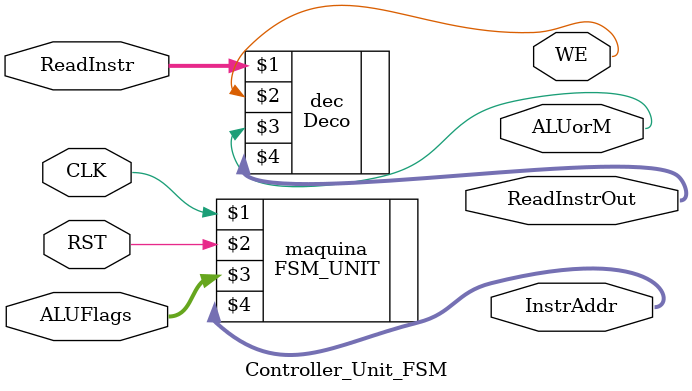
<source format=sv>
module Controller_Unit_FSM (
	input logic CLK, RST,
	input logic [1:0]  ALUFlags,
	output logic [7:0] InstrAddr,
	input logic [15:0] ReadInstr,
	output logic [15:0] ReadInstrOut,
	output logic WE,
	output logic ALUorM);
	
	Deco dec(ReadInstr, WE, ALUorM, ReadInstrOut);
		
	FSM_UNIT maquina(CLK, RST, ALUFlags, InstrAddr);
	
	
endmodule


</source>
